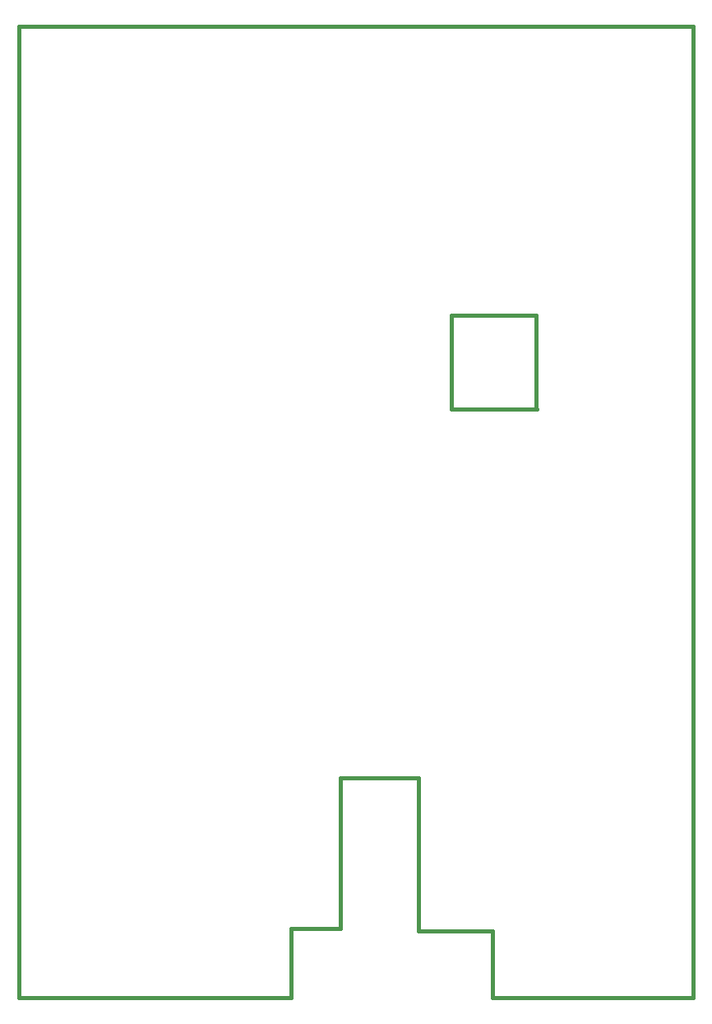
<source format=gm1>
G04*
G04 #@! TF.GenerationSoftware,Altium Limited,Altium Designer,20.1.12 (249)*
G04*
G04 Layer_Color=16711935*
%FSTAX24Y24*%
%MOIN*%
G70*
G04*
G04 #@! TF.SameCoordinates,6AE243D0-3920-4146-A994-36ACE33FB78E*
G04*
G04*
G04 #@! TF.FilePolarity,Positive*
G04*
G01*
G75*
%ADD107C,0.0157*%
D107*
X154124Y035433D02*
X150691D01*
X154124Y031667D02*
Y035433D01*
X154141Y03165D02*
X154124Y031667D01*
X154141Y03165D02*
X150691D01*
Y035433D01*
X160491Y0078D02*
Y04715D01*
X133141D01*
Y0078D02*
Y04715D01*
X144191Y0078D02*
X133141D01*
X144191D02*
Y0106D01*
X146191D02*
X144191D01*
X146191D02*
Y0167D01*
X149341D02*
X146191D01*
X149341Y0105D02*
Y0167D01*
X152341Y0105D02*
X149341D01*
X152341Y0078D02*
Y0105D01*
X160491Y0078D02*
X152341D01*
M02*

</source>
